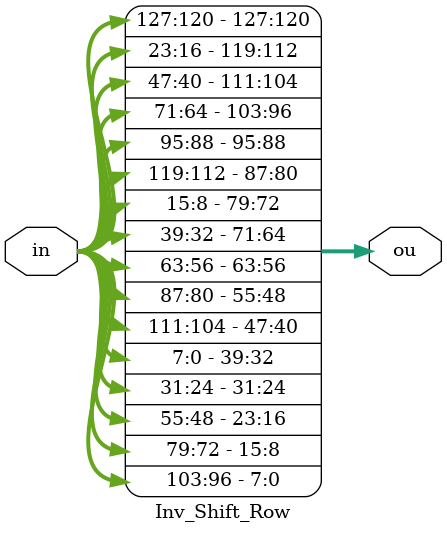
<source format=v>
module Inv_Shift_Row(
input [127:0]in,output [127:0]ou);
assign ou[127:120]=in[127:120];
assign ou[95:88]=in[95:88];
assign ou[63:56]=in[63:56];
assign ou[31:24]=in[31:24];
assign ou[119:112]=in[23:16];
assign ou[87:80]=in[119:112];
assign ou[55:48]=in[87:80];
assign ou[23:16]=in[55:48];
assign ou[111:104]=in[47:40];
assign ou[79:72]=in[15:8];
assign ou[47:40]=in[111:104];
assign ou[15:8]=in[79:72];
assign ou[103:96]=in[71:64];
assign ou[71:64]=in[39:32];
assign ou[39:32]=in[7:0];
assign ou[7:0]=in[103:96];
endmodule


</source>
